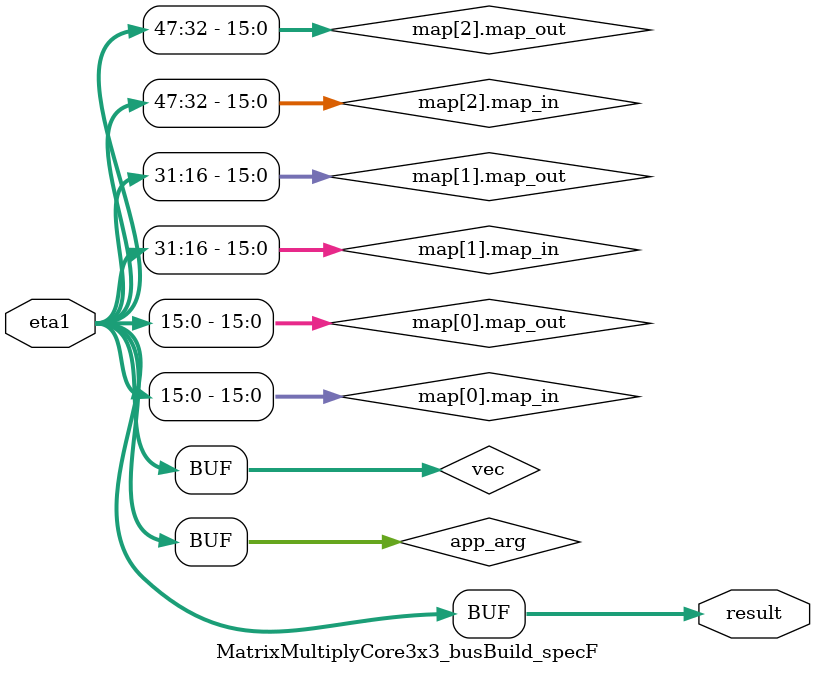
<source format=v>
module MatrixMultiplyCore3x3_busBuild_specF(eta1
                                           ,result);
  input [47:0] eta1;
  output [47:0] result;
  wire [47:0] app_arg;
  // map begin
  wire [47:0] vec;
  assign vec = eta1;
  
  genvar i;
  generate
  for (i=0; i < 3; i = i + 1) begin : map
    wire signed [15:0] map_in;
    wire [15:0] map_out;
  
    assign map_in = vec[i*16+:16];
    assign map_out = map_in;
    assign app_arg[i*16+:16] = map_out;
  end
  endgenerate
  // map end
  
  assign result = app_arg;
endmodule

</source>
